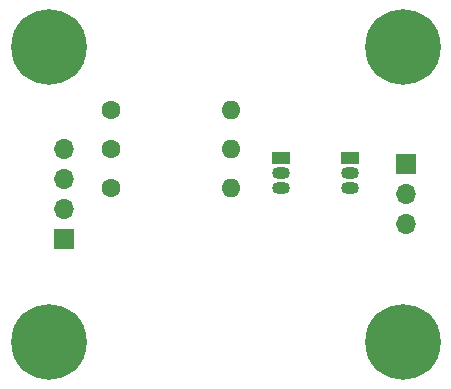
<source format=gbr>
G04 #@! TF.GenerationSoftware,KiCad,Pcbnew,(5.1.4)-1*
G04 #@! TF.CreationDate,2020-01-29T13:18:04+01:00*
G04 #@! TF.ProjectId,OneWire_Adapter,4f6e6557-6972-4655-9f41-646170746572,1.0*
G04 #@! TF.SameCoordinates,Original*
G04 #@! TF.FileFunction,Soldermask,Bot*
G04 #@! TF.FilePolarity,Negative*
%FSLAX46Y46*%
G04 Gerber Fmt 4.6, Leading zero omitted, Abs format (unit mm)*
G04 Created by KiCad (PCBNEW (5.1.4)-1) date 2020-01-29 13:18:04*
%MOMM*%
%LPD*%
G04 APERTURE LIST*
%ADD10C,6.400000*%
%ADD11C,0.800000*%
%ADD12O,1.700000X1.700000*%
%ADD13R,1.700000X1.700000*%
%ADD14R,1.500000X1.050000*%
%ADD15O,1.500000X1.050000*%
%ADD16O,1.600000X1.600000*%
%ADD17C,1.600000*%
G04 APERTURE END LIST*
D10*
X126371000Y-112366000D03*
D11*
X128771000Y-112366000D03*
X128068056Y-114063056D03*
X126371000Y-114766000D03*
X124673944Y-114063056D03*
X123971000Y-112366000D03*
X124673944Y-110668944D03*
X126371000Y-109966000D03*
X128068056Y-110668944D03*
D10*
X126371000Y-87366000D03*
D11*
X128771000Y-87366000D03*
X128068056Y-89063056D03*
X126371000Y-89766000D03*
X124673944Y-89063056D03*
X123971000Y-87366000D03*
X124673944Y-85668944D03*
X126371000Y-84966000D03*
X128068056Y-85668944D03*
D10*
X156371000Y-87366000D03*
D11*
X158771000Y-87366000D03*
X158068056Y-89063056D03*
X156371000Y-89766000D03*
X154673944Y-89063056D03*
X153971000Y-87366000D03*
X154673944Y-85668944D03*
X156371000Y-84966000D03*
X158068056Y-85668944D03*
D12*
X156677000Y-102406000D03*
X156677000Y-99866000D03*
D13*
X156677000Y-97326000D03*
D12*
X127721000Y-96056000D03*
X127721000Y-98596000D03*
X127721000Y-101136000D03*
D13*
X127721000Y-103676000D03*
D14*
X151892000Y-96774000D03*
D15*
X151892000Y-99314000D03*
X151892000Y-98044000D03*
D14*
X146050000Y-96774000D03*
D15*
X146050000Y-99314000D03*
X146050000Y-98044000D03*
D16*
X141859000Y-92710000D03*
D17*
X131699000Y-92710000D03*
D16*
X141859000Y-96012000D03*
D17*
X131699000Y-96012000D03*
D16*
X141859000Y-99314000D03*
D17*
X131699000Y-99314000D03*
D11*
X158068056Y-110668944D03*
X156371000Y-109966000D03*
X154673944Y-110668944D03*
X153971000Y-112366000D03*
X154673944Y-114063056D03*
X156371000Y-114766000D03*
X158068056Y-114063056D03*
X158771000Y-112366000D03*
D10*
X156371000Y-112366000D03*
M02*

</source>
